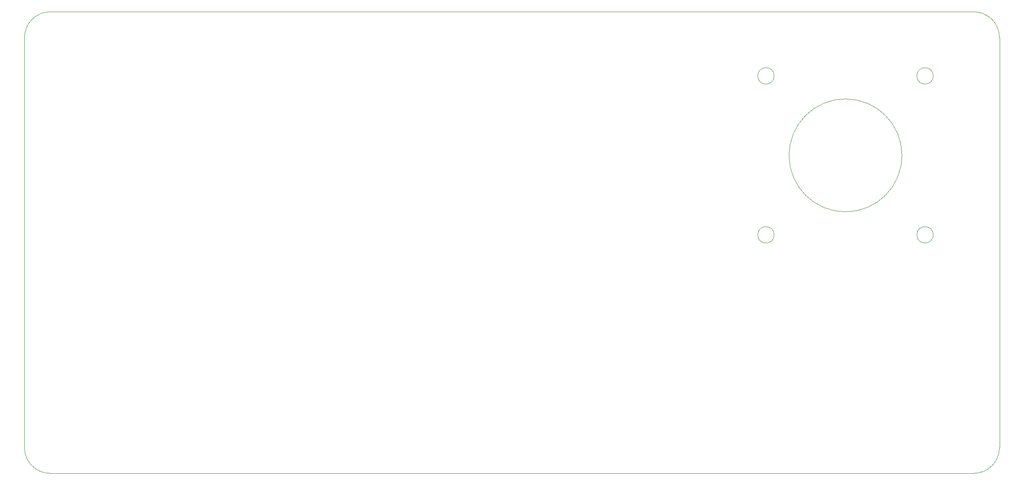
<source format=gbr>
%TF.GenerationSoftware,KiCad,Pcbnew,8.0.4-8.0.4-0~ubuntu22.04.1*%
%TF.CreationDate,2024-08-26T08:57:23+02:00*%
%TF.ProjectId,uC_TP_Boussole_mb,75435f54-505f-4426-9f75-73736f6c655f,rev?*%
%TF.SameCoordinates,Original*%
%TF.FileFunction,Profile,NP*%
%FSLAX46Y46*%
G04 Gerber Fmt 4.6, Leading zero omitted, Abs format (unit mm)*
G04 Created by KiCad (PCBNEW 8.0.4-8.0.4-0~ubuntu22.04.1) date 2024-08-26 08:57:23*
%MOMM*%
%LPD*%
G01*
G04 APERTURE LIST*
%TA.AperFunction,Profile*%
%ADD10C,0.050000*%
%TD*%
%TA.AperFunction,Profile*%
%ADD11C,0.100000*%
%TD*%
G04 APERTURE END LIST*
D10*
X235000000Y-50000000D02*
X55000000Y-50000000D01*
X50000000Y-55000000D02*
G75*
G02*
X55000000Y-50000000I5000000J0D01*
G01*
D11*
X196100000Y-93500000D02*
G75*
G02*
X192900000Y-93500000I-1600000J0D01*
G01*
X192900000Y-93500000D02*
G75*
G02*
X196100000Y-93500000I1600000J0D01*
G01*
D10*
X240000000Y-135000000D02*
X240000000Y-55000000D01*
D11*
X221010000Y-78000000D02*
G75*
G02*
X198990000Y-78000000I-11010000J0D01*
G01*
X198990000Y-78000000D02*
G75*
G02*
X221010000Y-78000000I11010000J0D01*
G01*
D10*
X240000000Y-135000000D02*
G75*
G02*
X235000000Y-140000000I-5000000J0D01*
G01*
D11*
X227100000Y-93500000D02*
G75*
G02*
X223900000Y-93500000I-1600000J0D01*
G01*
X223900000Y-93500000D02*
G75*
G02*
X227100000Y-93500000I1600000J0D01*
G01*
X227100000Y-62500000D02*
G75*
G02*
X223900000Y-62500000I-1600000J0D01*
G01*
X223900000Y-62500000D02*
G75*
G02*
X227100000Y-62500000I1600000J0D01*
G01*
D10*
X235000000Y-50000000D02*
G75*
G02*
X240000000Y-55000000I0J-5000000D01*
G01*
X55000000Y-140000000D02*
G75*
G02*
X50000000Y-135000000I0J5000000D01*
G01*
X50000000Y-55000000D02*
X50000000Y-135000000D01*
X55000000Y-140000000D02*
X235000000Y-140000000D01*
D11*
X196100000Y-62500000D02*
G75*
G02*
X192900000Y-62500000I-1600000J0D01*
G01*
X192900000Y-62500000D02*
G75*
G02*
X196100000Y-62500000I1600000J0D01*
G01*
M02*

</source>
